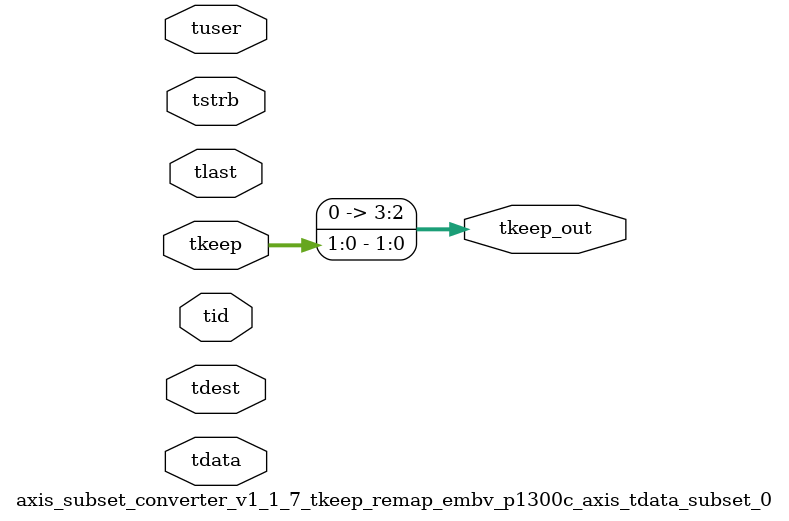
<source format=v>


`timescale 1ps/1ps

module axis_subset_converter_v1_1_7_tkeep_remap_embv_p1300c_axis_tdata_subset_0 #
(
parameter C_S_AXIS_TDATA_WIDTH = 32,
parameter C_S_AXIS_TUSER_WIDTH = 0,
parameter C_S_AXIS_TID_WIDTH   = 0,
parameter C_S_AXIS_TDEST_WIDTH = 0,
parameter C_M_AXIS_TDATA_WIDTH = 32
)
(
input  [(C_S_AXIS_TDATA_WIDTH == 0 ? 1 : C_S_AXIS_TDATA_WIDTH)-1:0     ] tdata,
input  [(C_S_AXIS_TUSER_WIDTH == 0 ? 1 : C_S_AXIS_TUSER_WIDTH)-1:0     ] tuser,
input  [(C_S_AXIS_TID_WIDTH   == 0 ? 1 : C_S_AXIS_TID_WIDTH)-1:0       ] tid,
input  [(C_S_AXIS_TDEST_WIDTH == 0 ? 1 : C_S_AXIS_TDEST_WIDTH)-1:0     ] tdest,
input  [(C_S_AXIS_TDATA_WIDTH/8)-1:0 ] tkeep,
input  [(C_S_AXIS_TDATA_WIDTH/8)-1:0 ] tstrb,
input                                                                    tlast,
output [(C_M_AXIS_TDATA_WIDTH/8)-1:0 ] tkeep_out
);

assign tkeep_out = {tkeep[1:0]};

endmodule


</source>
